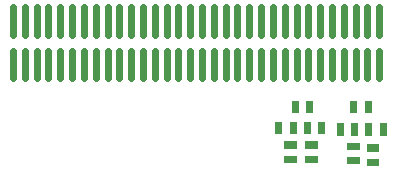
<source format=gbr>
G04 Title: TX Daughterboard, solder paste, solder side *
G04 Creator: pcb-bin 1.99q *
G04 CreationDate: Fri Feb 10 03:52:58 2006 UTC *
G04 For: matt *
G04 Format: Gerber/RS-274X *
G04 PCB-Dimensions: 275000 250000 *
G04 PCB-Coordinate-Origin: lower left *
%MOIN*%
%FSLAX24Y24*%
%IPPOS*%
%ADD11C,0.0250*%
%ADD12C,0.0080*%
%ADD13C,0.0100*%
%ADD14R,0.0240X0.0240*%
%ADD15R,0.0440X0.0440*%
%ADD16R,0.0300X0.0300*%
%ADD17C,0.0060*%
%ADD18R,0.0540X0.0540*%
%ADD19R,0.0480X0.0480*%
%ADD20R,0.0680X0.0680*%
%ADD21C,0.0720*%
%ADD22C,0.0920X0.0720*%
%ADD23C,0.0920*%
%ADD24C,0.0240*%
%ADD25C,0.0340*%
%ADD26R,0.0200X0.0200*%
%ADD27R,0.0600X0.0600*%
%ADD28R,0.0660X0.0660*%
%ADD29R,0.0900X0.0900X0.0600X0.0600*%
%ADD30R,0.0900X0.0900*%
%ADD31C,0.0600*%
%ADD32C,0.0660*%
%AMTHERM1*7,0,0,0.0900,0.0600,0.0100,45*%
%ADD33THERM1*%
%ADD34C,0.0900X0.0600*%
%ADD35C,0.0900*%
%ADD36C,0.0200*%
%ADD37C,0.1200X0.0900*%
%ADD38C,0.1200*%
%ADD39C,0.0150*%
%AMTHERM2*7,0,0,0.1200,0.0900,0.0150,45*%
%ADD40THERM2*%
%ADD41C,0.0500*%
%ADD42R,0.0500X0.0500*%
%ADD43C,0.1320*%
%ADD44C,0.1520*%
%ADD45C,0.1520X0.1320*%
%ADD46C,0.0400*%
%ADD47C,0.0600X0.0400*%
%AMTHERM3*7,0,0,0.0600,0.0400,0.0100,45*%
%ADD48THERM3*%
%ADD49C,0.0800*%
%ADD50C,0.0800X0.0600*%
%ADD51C,0.0125*%
%AMTHERM4*7,0,0,0.0800,0.0600,0.0125,45*%
%ADD52THERM4*%
%ADD53C,0.0160*%
%AMTHERM5*7,0,0,0.0800,0.0600,0.0160,45*%
%ADD54THERM5*%
%ADD55C,0.0360*%
%ADD56C,0.0560*%
%ADD57C,0.0560X0.0360*%
%LNGROUP_3*%
%LPD*%
G01X0Y0D02*
G54D14*X19310Y7540D02*Y7360D01*
X19790Y7540D02*Y7360D01*
G54D24*X9499Y10028D02*Y9118D01*
X21704Y11481D02*Y10571D01*
X10286Y10028D02*Y9118D01*
X9893Y10028D02*Y9118D01*
X10680Y10028D02*Y9118D01*
X9499Y11481D02*Y10571D01*
X11074Y10028D02*Y9118D01*
X10286Y11481D02*Y10571D01*
X11467Y10028D02*Y9118D01*
X10680Y11481D02*Y10571D01*
X11861Y10028D02*Y9118D01*
X11074Y11481D02*Y10571D01*
X12255Y10028D02*Y9118D01*
X11467Y11481D02*Y10571D01*
X12648Y10028D02*Y9118D01*
X11861Y11481D02*Y10571D01*
X13042Y10028D02*Y9118D01*
X12255Y11481D02*Y10571D01*
X13436Y10028D02*Y9118D01*
X12648Y11481D02*Y10571D01*
X13042Y11481D02*Y10571D01*
X13436Y11481D02*Y10571D01*
X13830Y11481D02*Y10571D01*
X14223Y11481D02*Y10571D01*
X14617Y11481D02*Y10571D01*
X15011Y11481D02*Y10571D01*
X15404Y11481D02*Y10571D01*
X15798Y11481D02*Y10571D01*
X16192Y11481D02*Y10571D01*
X16585Y11481D02*Y10571D01*
X16979Y11481D02*Y10571D01*
X17373Y11481D02*Y10571D01*
X17767Y11481D02*Y10571D01*
X18160Y11481D02*Y10571D01*
X18554Y11481D02*Y10571D01*
X19341Y11481D02*Y10571D01*
X18948Y11481D02*Y10571D01*
X19735Y11481D02*Y10571D01*
X20129Y11481D02*Y10571D01*
X20522Y11481D02*Y10571D01*
X20916Y11481D02*Y10571D01*
X9893Y11481D02*Y10571D01*
X13830Y10028D02*Y9118D01*
X14223Y10028D02*Y9118D01*
X14617Y10028D02*Y9118D01*
X15011Y10028D02*Y9118D01*
X15404Y10028D02*Y9118D01*
X15798Y10028D02*Y9118D01*
X16192Y10028D02*Y9118D01*
X16585Y10028D02*Y9118D01*
X16979Y10028D02*Y9118D01*
X17373Y10028D02*Y9118D01*
X17767Y10028D02*Y9118D01*
X18160Y10028D02*Y9118D01*
X18554Y10028D02*Y9118D01*
X18948Y10028D02*Y9118D01*
X19341Y10028D02*Y9118D01*
X19735Y10028D02*Y9118D01*
X20129Y10028D02*Y9118D01*
X20522Y10028D02*Y9118D01*
X20916Y10028D02*Y9118D01*
X21310Y10028D02*Y9118D01*
X21704Y10028D02*Y9118D01*
X21310Y11481D02*Y10571D01*
G54D14*X19390Y8240D02*Y8060D01*
X18910Y8240D02*Y8060D01*
X20860Y8240D02*Y8060D01*
X21340Y8240D02*Y8060D01*
X19360Y6410D02*X19540D01*
X19360Y6890D02*X19540D01*
X18660Y6410D02*X18840D01*
X18660Y6890D02*X18840D01*
X20760Y6360D02*X20940D01*
X20760Y6840D02*X20940D01*
X21410Y6310D02*X21590D01*
X21410Y6790D02*X21590D01*
X20890Y7490D02*Y7310D01*
X20410Y7490D02*Y7310D01*
X21360Y7490D02*Y7310D01*
X21840Y7490D02*Y7310D01*
X18840Y7540D02*Y7360D01*
X18360Y7540D02*Y7360D01*
M02*

</source>
